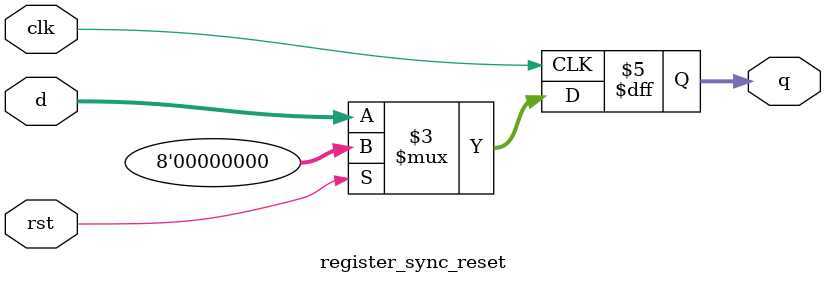
<source format=v>
module register_sync_reset(
  input [7:0] d,
  input clk,rst,
  output reg[7:0] q
);
  always@(posedge clk) begin
    if(rst)
      q<=8'b0;
    else
      q<=d;
  end
endmodule

</source>
